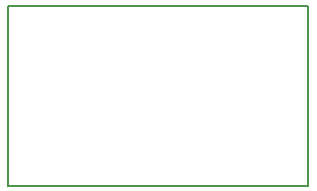
<source format=gbr>
G04 #@! TF.GenerationSoftware,KiCad,Pcbnew,(5.0.2)-1*
G04 #@! TF.CreationDate,2019-10-04T12:42:43+03:00*
G04 #@! TF.ProjectId,Micro-USB-UART,4d696372-6f2d-4555-9342-2d554152542e,rev?*
G04 #@! TF.SameCoordinates,Original*
G04 #@! TF.FileFunction,Profile,NP*
%FSLAX46Y46*%
G04 Gerber Fmt 4.6, Leading zero omitted, Abs format (unit mm)*
G04 Created by KiCad (PCBNEW (5.0.2)-1) date 04.10.2019 12:42:43*
%MOMM*%
%LPD*%
G01*
G04 APERTURE LIST*
%ADD10C,0.150000*%
G04 APERTURE END LIST*
D10*
X98298000Y-121754900D02*
X98298000Y-106527600D01*
X72898000Y-121754900D02*
X72898000Y-106527600D01*
X98298000Y-121754900D02*
X72898000Y-121754900D01*
X72898000Y-106527600D02*
X98298000Y-106527600D01*
M02*

</source>
